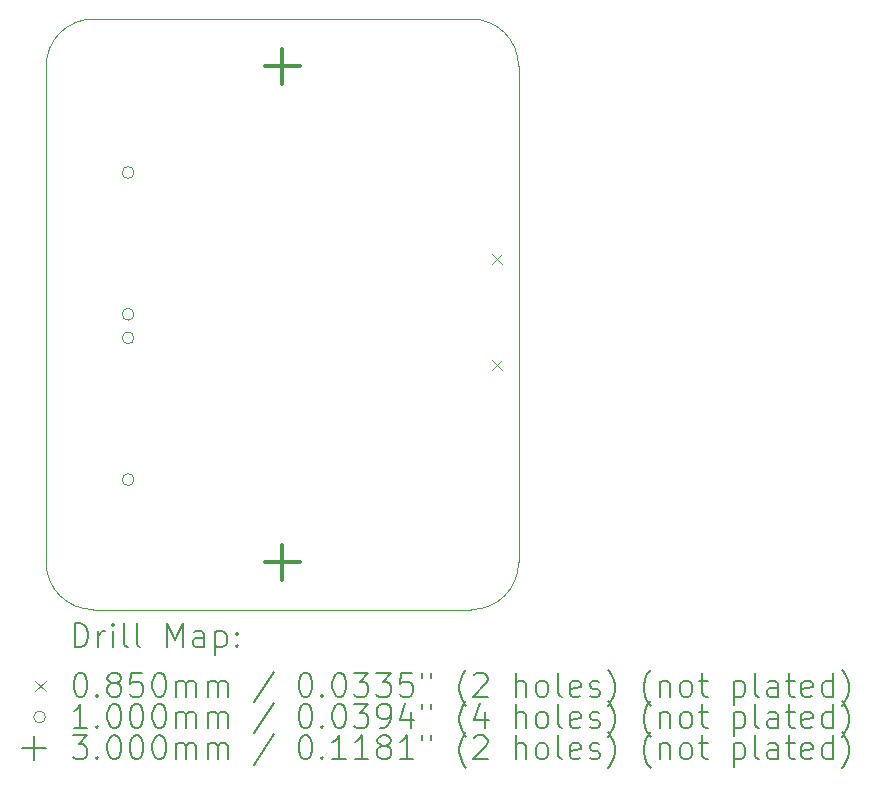
<source format=gbr>
%TF.GenerationSoftware,KiCad,Pcbnew,7.0.2*%
%TF.CreationDate,2023-10-17T17:42:48-05:00*%
%TF.ProjectId,BPS-PeripheralSOM,4250532d-5065-4726-9970-686572616c53,rev?*%
%TF.SameCoordinates,Original*%
%TF.FileFunction,Drillmap*%
%TF.FilePolarity,Positive*%
%FSLAX45Y45*%
G04 Gerber Fmt 4.5, Leading zero omitted, Abs format (unit mm)*
G04 Created by KiCad (PCBNEW 7.0.2) date 2023-10-17 17:42:48*
%MOMM*%
%LPD*%
G01*
G04 APERTURE LIST*
%ADD10C,0.100000*%
%ADD11C,0.200000*%
%ADD12C,0.085000*%
%ADD13C,0.300000*%
G04 APERTURE END LIST*
D10*
X14000000Y-4400000D02*
G75*
G03*
X13600000Y-4000000I-400000J0D01*
G01*
X13600000Y-9000000D02*
X10400000Y-9000000D01*
X13600000Y-9000000D02*
G75*
G03*
X14000000Y-8600000I0J400000D01*
G01*
X10400000Y-4000000D02*
G75*
G03*
X10000000Y-4400000I0J-400000D01*
G01*
X10400000Y-4000000D02*
X13600000Y-4000000D01*
X10000000Y-8600000D02*
X10000000Y-4400000D01*
X10000000Y-8600000D02*
G75*
G03*
X10400000Y-9000000I400000J0D01*
G01*
X14000000Y-4400000D02*
X14000000Y-8600000D01*
D11*
D12*
X13777500Y-5987500D02*
X13862500Y-6072500D01*
X13862500Y-5987500D02*
X13777500Y-6072500D01*
X13777500Y-6887500D02*
X13862500Y-6972500D01*
X13862500Y-6887500D02*
X13777500Y-6972500D01*
D10*
X10744000Y-5300000D02*
G75*
G03*
X10744000Y-5300000I-50000J0D01*
G01*
X10744000Y-6500000D02*
G75*
G03*
X10744000Y-6500000I-50000J0D01*
G01*
X10744000Y-6700000D02*
G75*
G03*
X10744000Y-6700000I-50000J0D01*
G01*
X10744000Y-7900000D02*
G75*
G03*
X10744000Y-7900000I-50000J0D01*
G01*
D13*
X12000000Y-4250000D02*
X12000000Y-4550000D01*
X11850000Y-4400000D02*
X12150000Y-4400000D01*
X12000000Y-8450000D02*
X12000000Y-8750000D01*
X11850000Y-8600000D02*
X12150000Y-8600000D01*
D11*
X10242619Y-9317524D02*
X10242619Y-9117524D01*
X10242619Y-9117524D02*
X10290238Y-9117524D01*
X10290238Y-9117524D02*
X10318810Y-9127048D01*
X10318810Y-9127048D02*
X10337857Y-9146095D01*
X10337857Y-9146095D02*
X10347381Y-9165143D01*
X10347381Y-9165143D02*
X10356905Y-9203238D01*
X10356905Y-9203238D02*
X10356905Y-9231810D01*
X10356905Y-9231810D02*
X10347381Y-9269905D01*
X10347381Y-9269905D02*
X10337857Y-9288952D01*
X10337857Y-9288952D02*
X10318810Y-9308000D01*
X10318810Y-9308000D02*
X10290238Y-9317524D01*
X10290238Y-9317524D02*
X10242619Y-9317524D01*
X10442619Y-9317524D02*
X10442619Y-9184190D01*
X10442619Y-9222286D02*
X10452143Y-9203238D01*
X10452143Y-9203238D02*
X10461667Y-9193714D01*
X10461667Y-9193714D02*
X10480714Y-9184190D01*
X10480714Y-9184190D02*
X10499762Y-9184190D01*
X10566429Y-9317524D02*
X10566429Y-9184190D01*
X10566429Y-9117524D02*
X10556905Y-9127048D01*
X10556905Y-9127048D02*
X10566429Y-9136571D01*
X10566429Y-9136571D02*
X10575952Y-9127048D01*
X10575952Y-9127048D02*
X10566429Y-9117524D01*
X10566429Y-9117524D02*
X10566429Y-9136571D01*
X10690238Y-9317524D02*
X10671190Y-9308000D01*
X10671190Y-9308000D02*
X10661667Y-9288952D01*
X10661667Y-9288952D02*
X10661667Y-9117524D01*
X10795000Y-9317524D02*
X10775952Y-9308000D01*
X10775952Y-9308000D02*
X10766429Y-9288952D01*
X10766429Y-9288952D02*
X10766429Y-9117524D01*
X11023571Y-9317524D02*
X11023571Y-9117524D01*
X11023571Y-9117524D02*
X11090238Y-9260381D01*
X11090238Y-9260381D02*
X11156905Y-9117524D01*
X11156905Y-9117524D02*
X11156905Y-9317524D01*
X11337857Y-9317524D02*
X11337857Y-9212762D01*
X11337857Y-9212762D02*
X11328333Y-9193714D01*
X11328333Y-9193714D02*
X11309286Y-9184190D01*
X11309286Y-9184190D02*
X11271190Y-9184190D01*
X11271190Y-9184190D02*
X11252143Y-9193714D01*
X11337857Y-9308000D02*
X11318809Y-9317524D01*
X11318809Y-9317524D02*
X11271190Y-9317524D01*
X11271190Y-9317524D02*
X11252143Y-9308000D01*
X11252143Y-9308000D02*
X11242619Y-9288952D01*
X11242619Y-9288952D02*
X11242619Y-9269905D01*
X11242619Y-9269905D02*
X11252143Y-9250857D01*
X11252143Y-9250857D02*
X11271190Y-9241333D01*
X11271190Y-9241333D02*
X11318809Y-9241333D01*
X11318809Y-9241333D02*
X11337857Y-9231810D01*
X11433095Y-9184190D02*
X11433095Y-9384190D01*
X11433095Y-9193714D02*
X11452143Y-9184190D01*
X11452143Y-9184190D02*
X11490238Y-9184190D01*
X11490238Y-9184190D02*
X11509286Y-9193714D01*
X11509286Y-9193714D02*
X11518809Y-9203238D01*
X11518809Y-9203238D02*
X11528333Y-9222286D01*
X11528333Y-9222286D02*
X11528333Y-9279429D01*
X11528333Y-9279429D02*
X11518809Y-9298476D01*
X11518809Y-9298476D02*
X11509286Y-9308000D01*
X11509286Y-9308000D02*
X11490238Y-9317524D01*
X11490238Y-9317524D02*
X11452143Y-9317524D01*
X11452143Y-9317524D02*
X11433095Y-9308000D01*
X11614048Y-9298476D02*
X11623571Y-9308000D01*
X11623571Y-9308000D02*
X11614048Y-9317524D01*
X11614048Y-9317524D02*
X11604524Y-9308000D01*
X11604524Y-9308000D02*
X11614048Y-9298476D01*
X11614048Y-9298476D02*
X11614048Y-9317524D01*
X11614048Y-9193714D02*
X11623571Y-9203238D01*
X11623571Y-9203238D02*
X11614048Y-9212762D01*
X11614048Y-9212762D02*
X11604524Y-9203238D01*
X11604524Y-9203238D02*
X11614048Y-9193714D01*
X11614048Y-9193714D02*
X11614048Y-9212762D01*
D12*
X9910000Y-9602500D02*
X9995000Y-9687500D01*
X9995000Y-9602500D02*
X9910000Y-9687500D01*
D11*
X10280714Y-9537524D02*
X10299762Y-9537524D01*
X10299762Y-9537524D02*
X10318810Y-9547048D01*
X10318810Y-9547048D02*
X10328333Y-9556571D01*
X10328333Y-9556571D02*
X10337857Y-9575619D01*
X10337857Y-9575619D02*
X10347381Y-9613714D01*
X10347381Y-9613714D02*
X10347381Y-9661333D01*
X10347381Y-9661333D02*
X10337857Y-9699429D01*
X10337857Y-9699429D02*
X10328333Y-9718476D01*
X10328333Y-9718476D02*
X10318810Y-9728000D01*
X10318810Y-9728000D02*
X10299762Y-9737524D01*
X10299762Y-9737524D02*
X10280714Y-9737524D01*
X10280714Y-9737524D02*
X10261667Y-9728000D01*
X10261667Y-9728000D02*
X10252143Y-9718476D01*
X10252143Y-9718476D02*
X10242619Y-9699429D01*
X10242619Y-9699429D02*
X10233095Y-9661333D01*
X10233095Y-9661333D02*
X10233095Y-9613714D01*
X10233095Y-9613714D02*
X10242619Y-9575619D01*
X10242619Y-9575619D02*
X10252143Y-9556571D01*
X10252143Y-9556571D02*
X10261667Y-9547048D01*
X10261667Y-9547048D02*
X10280714Y-9537524D01*
X10433095Y-9718476D02*
X10442619Y-9728000D01*
X10442619Y-9728000D02*
X10433095Y-9737524D01*
X10433095Y-9737524D02*
X10423571Y-9728000D01*
X10423571Y-9728000D02*
X10433095Y-9718476D01*
X10433095Y-9718476D02*
X10433095Y-9737524D01*
X10556905Y-9623238D02*
X10537857Y-9613714D01*
X10537857Y-9613714D02*
X10528333Y-9604190D01*
X10528333Y-9604190D02*
X10518810Y-9585143D01*
X10518810Y-9585143D02*
X10518810Y-9575619D01*
X10518810Y-9575619D02*
X10528333Y-9556571D01*
X10528333Y-9556571D02*
X10537857Y-9547048D01*
X10537857Y-9547048D02*
X10556905Y-9537524D01*
X10556905Y-9537524D02*
X10595000Y-9537524D01*
X10595000Y-9537524D02*
X10614048Y-9547048D01*
X10614048Y-9547048D02*
X10623571Y-9556571D01*
X10623571Y-9556571D02*
X10633095Y-9575619D01*
X10633095Y-9575619D02*
X10633095Y-9585143D01*
X10633095Y-9585143D02*
X10623571Y-9604190D01*
X10623571Y-9604190D02*
X10614048Y-9613714D01*
X10614048Y-9613714D02*
X10595000Y-9623238D01*
X10595000Y-9623238D02*
X10556905Y-9623238D01*
X10556905Y-9623238D02*
X10537857Y-9632762D01*
X10537857Y-9632762D02*
X10528333Y-9642286D01*
X10528333Y-9642286D02*
X10518810Y-9661333D01*
X10518810Y-9661333D02*
X10518810Y-9699429D01*
X10518810Y-9699429D02*
X10528333Y-9718476D01*
X10528333Y-9718476D02*
X10537857Y-9728000D01*
X10537857Y-9728000D02*
X10556905Y-9737524D01*
X10556905Y-9737524D02*
X10595000Y-9737524D01*
X10595000Y-9737524D02*
X10614048Y-9728000D01*
X10614048Y-9728000D02*
X10623571Y-9718476D01*
X10623571Y-9718476D02*
X10633095Y-9699429D01*
X10633095Y-9699429D02*
X10633095Y-9661333D01*
X10633095Y-9661333D02*
X10623571Y-9642286D01*
X10623571Y-9642286D02*
X10614048Y-9632762D01*
X10614048Y-9632762D02*
X10595000Y-9623238D01*
X10814048Y-9537524D02*
X10718810Y-9537524D01*
X10718810Y-9537524D02*
X10709286Y-9632762D01*
X10709286Y-9632762D02*
X10718810Y-9623238D01*
X10718810Y-9623238D02*
X10737857Y-9613714D01*
X10737857Y-9613714D02*
X10785476Y-9613714D01*
X10785476Y-9613714D02*
X10804524Y-9623238D01*
X10804524Y-9623238D02*
X10814048Y-9632762D01*
X10814048Y-9632762D02*
X10823571Y-9651810D01*
X10823571Y-9651810D02*
X10823571Y-9699429D01*
X10823571Y-9699429D02*
X10814048Y-9718476D01*
X10814048Y-9718476D02*
X10804524Y-9728000D01*
X10804524Y-9728000D02*
X10785476Y-9737524D01*
X10785476Y-9737524D02*
X10737857Y-9737524D01*
X10737857Y-9737524D02*
X10718810Y-9728000D01*
X10718810Y-9728000D02*
X10709286Y-9718476D01*
X10947381Y-9537524D02*
X10966429Y-9537524D01*
X10966429Y-9537524D02*
X10985476Y-9547048D01*
X10985476Y-9547048D02*
X10995000Y-9556571D01*
X10995000Y-9556571D02*
X11004524Y-9575619D01*
X11004524Y-9575619D02*
X11014048Y-9613714D01*
X11014048Y-9613714D02*
X11014048Y-9661333D01*
X11014048Y-9661333D02*
X11004524Y-9699429D01*
X11004524Y-9699429D02*
X10995000Y-9718476D01*
X10995000Y-9718476D02*
X10985476Y-9728000D01*
X10985476Y-9728000D02*
X10966429Y-9737524D01*
X10966429Y-9737524D02*
X10947381Y-9737524D01*
X10947381Y-9737524D02*
X10928333Y-9728000D01*
X10928333Y-9728000D02*
X10918810Y-9718476D01*
X10918810Y-9718476D02*
X10909286Y-9699429D01*
X10909286Y-9699429D02*
X10899762Y-9661333D01*
X10899762Y-9661333D02*
X10899762Y-9613714D01*
X10899762Y-9613714D02*
X10909286Y-9575619D01*
X10909286Y-9575619D02*
X10918810Y-9556571D01*
X10918810Y-9556571D02*
X10928333Y-9547048D01*
X10928333Y-9547048D02*
X10947381Y-9537524D01*
X11099762Y-9737524D02*
X11099762Y-9604190D01*
X11099762Y-9623238D02*
X11109286Y-9613714D01*
X11109286Y-9613714D02*
X11128333Y-9604190D01*
X11128333Y-9604190D02*
X11156905Y-9604190D01*
X11156905Y-9604190D02*
X11175952Y-9613714D01*
X11175952Y-9613714D02*
X11185476Y-9632762D01*
X11185476Y-9632762D02*
X11185476Y-9737524D01*
X11185476Y-9632762D02*
X11195000Y-9613714D01*
X11195000Y-9613714D02*
X11214048Y-9604190D01*
X11214048Y-9604190D02*
X11242619Y-9604190D01*
X11242619Y-9604190D02*
X11261667Y-9613714D01*
X11261667Y-9613714D02*
X11271190Y-9632762D01*
X11271190Y-9632762D02*
X11271190Y-9737524D01*
X11366429Y-9737524D02*
X11366429Y-9604190D01*
X11366429Y-9623238D02*
X11375952Y-9613714D01*
X11375952Y-9613714D02*
X11395000Y-9604190D01*
X11395000Y-9604190D02*
X11423571Y-9604190D01*
X11423571Y-9604190D02*
X11442619Y-9613714D01*
X11442619Y-9613714D02*
X11452143Y-9632762D01*
X11452143Y-9632762D02*
X11452143Y-9737524D01*
X11452143Y-9632762D02*
X11461667Y-9613714D01*
X11461667Y-9613714D02*
X11480714Y-9604190D01*
X11480714Y-9604190D02*
X11509286Y-9604190D01*
X11509286Y-9604190D02*
X11528333Y-9613714D01*
X11528333Y-9613714D02*
X11537857Y-9632762D01*
X11537857Y-9632762D02*
X11537857Y-9737524D01*
X11928333Y-9528000D02*
X11756905Y-9785143D01*
X12185476Y-9537524D02*
X12204524Y-9537524D01*
X12204524Y-9537524D02*
X12223572Y-9547048D01*
X12223572Y-9547048D02*
X12233095Y-9556571D01*
X12233095Y-9556571D02*
X12242619Y-9575619D01*
X12242619Y-9575619D02*
X12252143Y-9613714D01*
X12252143Y-9613714D02*
X12252143Y-9661333D01*
X12252143Y-9661333D02*
X12242619Y-9699429D01*
X12242619Y-9699429D02*
X12233095Y-9718476D01*
X12233095Y-9718476D02*
X12223572Y-9728000D01*
X12223572Y-9728000D02*
X12204524Y-9737524D01*
X12204524Y-9737524D02*
X12185476Y-9737524D01*
X12185476Y-9737524D02*
X12166429Y-9728000D01*
X12166429Y-9728000D02*
X12156905Y-9718476D01*
X12156905Y-9718476D02*
X12147381Y-9699429D01*
X12147381Y-9699429D02*
X12137857Y-9661333D01*
X12137857Y-9661333D02*
X12137857Y-9613714D01*
X12137857Y-9613714D02*
X12147381Y-9575619D01*
X12147381Y-9575619D02*
X12156905Y-9556571D01*
X12156905Y-9556571D02*
X12166429Y-9547048D01*
X12166429Y-9547048D02*
X12185476Y-9537524D01*
X12337857Y-9718476D02*
X12347381Y-9728000D01*
X12347381Y-9728000D02*
X12337857Y-9737524D01*
X12337857Y-9737524D02*
X12328333Y-9728000D01*
X12328333Y-9728000D02*
X12337857Y-9718476D01*
X12337857Y-9718476D02*
X12337857Y-9737524D01*
X12471191Y-9537524D02*
X12490238Y-9537524D01*
X12490238Y-9537524D02*
X12509286Y-9547048D01*
X12509286Y-9547048D02*
X12518810Y-9556571D01*
X12518810Y-9556571D02*
X12528333Y-9575619D01*
X12528333Y-9575619D02*
X12537857Y-9613714D01*
X12537857Y-9613714D02*
X12537857Y-9661333D01*
X12537857Y-9661333D02*
X12528333Y-9699429D01*
X12528333Y-9699429D02*
X12518810Y-9718476D01*
X12518810Y-9718476D02*
X12509286Y-9728000D01*
X12509286Y-9728000D02*
X12490238Y-9737524D01*
X12490238Y-9737524D02*
X12471191Y-9737524D01*
X12471191Y-9737524D02*
X12452143Y-9728000D01*
X12452143Y-9728000D02*
X12442619Y-9718476D01*
X12442619Y-9718476D02*
X12433095Y-9699429D01*
X12433095Y-9699429D02*
X12423572Y-9661333D01*
X12423572Y-9661333D02*
X12423572Y-9613714D01*
X12423572Y-9613714D02*
X12433095Y-9575619D01*
X12433095Y-9575619D02*
X12442619Y-9556571D01*
X12442619Y-9556571D02*
X12452143Y-9547048D01*
X12452143Y-9547048D02*
X12471191Y-9537524D01*
X12604524Y-9537524D02*
X12728333Y-9537524D01*
X12728333Y-9537524D02*
X12661667Y-9613714D01*
X12661667Y-9613714D02*
X12690238Y-9613714D01*
X12690238Y-9613714D02*
X12709286Y-9623238D01*
X12709286Y-9623238D02*
X12718810Y-9632762D01*
X12718810Y-9632762D02*
X12728333Y-9651810D01*
X12728333Y-9651810D02*
X12728333Y-9699429D01*
X12728333Y-9699429D02*
X12718810Y-9718476D01*
X12718810Y-9718476D02*
X12709286Y-9728000D01*
X12709286Y-9728000D02*
X12690238Y-9737524D01*
X12690238Y-9737524D02*
X12633095Y-9737524D01*
X12633095Y-9737524D02*
X12614048Y-9728000D01*
X12614048Y-9728000D02*
X12604524Y-9718476D01*
X12795000Y-9537524D02*
X12918810Y-9537524D01*
X12918810Y-9537524D02*
X12852143Y-9613714D01*
X12852143Y-9613714D02*
X12880714Y-9613714D01*
X12880714Y-9613714D02*
X12899762Y-9623238D01*
X12899762Y-9623238D02*
X12909286Y-9632762D01*
X12909286Y-9632762D02*
X12918810Y-9651810D01*
X12918810Y-9651810D02*
X12918810Y-9699429D01*
X12918810Y-9699429D02*
X12909286Y-9718476D01*
X12909286Y-9718476D02*
X12899762Y-9728000D01*
X12899762Y-9728000D02*
X12880714Y-9737524D01*
X12880714Y-9737524D02*
X12823572Y-9737524D01*
X12823572Y-9737524D02*
X12804524Y-9728000D01*
X12804524Y-9728000D02*
X12795000Y-9718476D01*
X13099762Y-9537524D02*
X13004524Y-9537524D01*
X13004524Y-9537524D02*
X12995000Y-9632762D01*
X12995000Y-9632762D02*
X13004524Y-9623238D01*
X13004524Y-9623238D02*
X13023572Y-9613714D01*
X13023572Y-9613714D02*
X13071191Y-9613714D01*
X13071191Y-9613714D02*
X13090238Y-9623238D01*
X13090238Y-9623238D02*
X13099762Y-9632762D01*
X13099762Y-9632762D02*
X13109286Y-9651810D01*
X13109286Y-9651810D02*
X13109286Y-9699429D01*
X13109286Y-9699429D02*
X13099762Y-9718476D01*
X13099762Y-9718476D02*
X13090238Y-9728000D01*
X13090238Y-9728000D02*
X13071191Y-9737524D01*
X13071191Y-9737524D02*
X13023572Y-9737524D01*
X13023572Y-9737524D02*
X13004524Y-9728000D01*
X13004524Y-9728000D02*
X12995000Y-9718476D01*
X13185476Y-9537524D02*
X13185476Y-9575619D01*
X13261667Y-9537524D02*
X13261667Y-9575619D01*
X13556905Y-9813714D02*
X13547381Y-9804190D01*
X13547381Y-9804190D02*
X13528334Y-9775619D01*
X13528334Y-9775619D02*
X13518810Y-9756571D01*
X13518810Y-9756571D02*
X13509286Y-9728000D01*
X13509286Y-9728000D02*
X13499762Y-9680381D01*
X13499762Y-9680381D02*
X13499762Y-9642286D01*
X13499762Y-9642286D02*
X13509286Y-9594667D01*
X13509286Y-9594667D02*
X13518810Y-9566095D01*
X13518810Y-9566095D02*
X13528334Y-9547048D01*
X13528334Y-9547048D02*
X13547381Y-9518476D01*
X13547381Y-9518476D02*
X13556905Y-9508952D01*
X13623572Y-9556571D02*
X13633095Y-9547048D01*
X13633095Y-9547048D02*
X13652143Y-9537524D01*
X13652143Y-9537524D02*
X13699762Y-9537524D01*
X13699762Y-9537524D02*
X13718810Y-9547048D01*
X13718810Y-9547048D02*
X13728334Y-9556571D01*
X13728334Y-9556571D02*
X13737857Y-9575619D01*
X13737857Y-9575619D02*
X13737857Y-9594667D01*
X13737857Y-9594667D02*
X13728334Y-9623238D01*
X13728334Y-9623238D02*
X13614048Y-9737524D01*
X13614048Y-9737524D02*
X13737857Y-9737524D01*
X13975953Y-9737524D02*
X13975953Y-9537524D01*
X14061667Y-9737524D02*
X14061667Y-9632762D01*
X14061667Y-9632762D02*
X14052143Y-9613714D01*
X14052143Y-9613714D02*
X14033096Y-9604190D01*
X14033096Y-9604190D02*
X14004524Y-9604190D01*
X14004524Y-9604190D02*
X13985476Y-9613714D01*
X13985476Y-9613714D02*
X13975953Y-9623238D01*
X14185476Y-9737524D02*
X14166429Y-9728000D01*
X14166429Y-9728000D02*
X14156905Y-9718476D01*
X14156905Y-9718476D02*
X14147381Y-9699429D01*
X14147381Y-9699429D02*
X14147381Y-9642286D01*
X14147381Y-9642286D02*
X14156905Y-9623238D01*
X14156905Y-9623238D02*
X14166429Y-9613714D01*
X14166429Y-9613714D02*
X14185476Y-9604190D01*
X14185476Y-9604190D02*
X14214048Y-9604190D01*
X14214048Y-9604190D02*
X14233096Y-9613714D01*
X14233096Y-9613714D02*
X14242619Y-9623238D01*
X14242619Y-9623238D02*
X14252143Y-9642286D01*
X14252143Y-9642286D02*
X14252143Y-9699429D01*
X14252143Y-9699429D02*
X14242619Y-9718476D01*
X14242619Y-9718476D02*
X14233096Y-9728000D01*
X14233096Y-9728000D02*
X14214048Y-9737524D01*
X14214048Y-9737524D02*
X14185476Y-9737524D01*
X14366429Y-9737524D02*
X14347381Y-9728000D01*
X14347381Y-9728000D02*
X14337857Y-9708952D01*
X14337857Y-9708952D02*
X14337857Y-9537524D01*
X14518810Y-9728000D02*
X14499762Y-9737524D01*
X14499762Y-9737524D02*
X14461667Y-9737524D01*
X14461667Y-9737524D02*
X14442619Y-9728000D01*
X14442619Y-9728000D02*
X14433096Y-9708952D01*
X14433096Y-9708952D02*
X14433096Y-9632762D01*
X14433096Y-9632762D02*
X14442619Y-9613714D01*
X14442619Y-9613714D02*
X14461667Y-9604190D01*
X14461667Y-9604190D02*
X14499762Y-9604190D01*
X14499762Y-9604190D02*
X14518810Y-9613714D01*
X14518810Y-9613714D02*
X14528334Y-9632762D01*
X14528334Y-9632762D02*
X14528334Y-9651810D01*
X14528334Y-9651810D02*
X14433096Y-9670857D01*
X14604524Y-9728000D02*
X14623572Y-9737524D01*
X14623572Y-9737524D02*
X14661667Y-9737524D01*
X14661667Y-9737524D02*
X14680715Y-9728000D01*
X14680715Y-9728000D02*
X14690238Y-9708952D01*
X14690238Y-9708952D02*
X14690238Y-9699429D01*
X14690238Y-9699429D02*
X14680715Y-9680381D01*
X14680715Y-9680381D02*
X14661667Y-9670857D01*
X14661667Y-9670857D02*
X14633096Y-9670857D01*
X14633096Y-9670857D02*
X14614048Y-9661333D01*
X14614048Y-9661333D02*
X14604524Y-9642286D01*
X14604524Y-9642286D02*
X14604524Y-9632762D01*
X14604524Y-9632762D02*
X14614048Y-9613714D01*
X14614048Y-9613714D02*
X14633096Y-9604190D01*
X14633096Y-9604190D02*
X14661667Y-9604190D01*
X14661667Y-9604190D02*
X14680715Y-9613714D01*
X14756905Y-9813714D02*
X14766429Y-9804190D01*
X14766429Y-9804190D02*
X14785477Y-9775619D01*
X14785477Y-9775619D02*
X14795000Y-9756571D01*
X14795000Y-9756571D02*
X14804524Y-9728000D01*
X14804524Y-9728000D02*
X14814048Y-9680381D01*
X14814048Y-9680381D02*
X14814048Y-9642286D01*
X14814048Y-9642286D02*
X14804524Y-9594667D01*
X14804524Y-9594667D02*
X14795000Y-9566095D01*
X14795000Y-9566095D02*
X14785477Y-9547048D01*
X14785477Y-9547048D02*
X14766429Y-9518476D01*
X14766429Y-9518476D02*
X14756905Y-9508952D01*
X15118810Y-9813714D02*
X15109286Y-9804190D01*
X15109286Y-9804190D02*
X15090238Y-9775619D01*
X15090238Y-9775619D02*
X15080715Y-9756571D01*
X15080715Y-9756571D02*
X15071191Y-9728000D01*
X15071191Y-9728000D02*
X15061667Y-9680381D01*
X15061667Y-9680381D02*
X15061667Y-9642286D01*
X15061667Y-9642286D02*
X15071191Y-9594667D01*
X15071191Y-9594667D02*
X15080715Y-9566095D01*
X15080715Y-9566095D02*
X15090238Y-9547048D01*
X15090238Y-9547048D02*
X15109286Y-9518476D01*
X15109286Y-9518476D02*
X15118810Y-9508952D01*
X15195000Y-9604190D02*
X15195000Y-9737524D01*
X15195000Y-9623238D02*
X15204524Y-9613714D01*
X15204524Y-9613714D02*
X15223572Y-9604190D01*
X15223572Y-9604190D02*
X15252143Y-9604190D01*
X15252143Y-9604190D02*
X15271191Y-9613714D01*
X15271191Y-9613714D02*
X15280715Y-9632762D01*
X15280715Y-9632762D02*
X15280715Y-9737524D01*
X15404524Y-9737524D02*
X15385477Y-9728000D01*
X15385477Y-9728000D02*
X15375953Y-9718476D01*
X15375953Y-9718476D02*
X15366429Y-9699429D01*
X15366429Y-9699429D02*
X15366429Y-9642286D01*
X15366429Y-9642286D02*
X15375953Y-9623238D01*
X15375953Y-9623238D02*
X15385477Y-9613714D01*
X15385477Y-9613714D02*
X15404524Y-9604190D01*
X15404524Y-9604190D02*
X15433096Y-9604190D01*
X15433096Y-9604190D02*
X15452143Y-9613714D01*
X15452143Y-9613714D02*
X15461667Y-9623238D01*
X15461667Y-9623238D02*
X15471191Y-9642286D01*
X15471191Y-9642286D02*
X15471191Y-9699429D01*
X15471191Y-9699429D02*
X15461667Y-9718476D01*
X15461667Y-9718476D02*
X15452143Y-9728000D01*
X15452143Y-9728000D02*
X15433096Y-9737524D01*
X15433096Y-9737524D02*
X15404524Y-9737524D01*
X15528334Y-9604190D02*
X15604524Y-9604190D01*
X15556905Y-9537524D02*
X15556905Y-9708952D01*
X15556905Y-9708952D02*
X15566429Y-9728000D01*
X15566429Y-9728000D02*
X15585477Y-9737524D01*
X15585477Y-9737524D02*
X15604524Y-9737524D01*
X15823572Y-9604190D02*
X15823572Y-9804190D01*
X15823572Y-9613714D02*
X15842619Y-9604190D01*
X15842619Y-9604190D02*
X15880715Y-9604190D01*
X15880715Y-9604190D02*
X15899762Y-9613714D01*
X15899762Y-9613714D02*
X15909286Y-9623238D01*
X15909286Y-9623238D02*
X15918810Y-9642286D01*
X15918810Y-9642286D02*
X15918810Y-9699429D01*
X15918810Y-9699429D02*
X15909286Y-9718476D01*
X15909286Y-9718476D02*
X15899762Y-9728000D01*
X15899762Y-9728000D02*
X15880715Y-9737524D01*
X15880715Y-9737524D02*
X15842619Y-9737524D01*
X15842619Y-9737524D02*
X15823572Y-9728000D01*
X16033096Y-9737524D02*
X16014048Y-9728000D01*
X16014048Y-9728000D02*
X16004524Y-9708952D01*
X16004524Y-9708952D02*
X16004524Y-9537524D01*
X16195000Y-9737524D02*
X16195000Y-9632762D01*
X16195000Y-9632762D02*
X16185477Y-9613714D01*
X16185477Y-9613714D02*
X16166429Y-9604190D01*
X16166429Y-9604190D02*
X16128334Y-9604190D01*
X16128334Y-9604190D02*
X16109286Y-9613714D01*
X16195000Y-9728000D02*
X16175953Y-9737524D01*
X16175953Y-9737524D02*
X16128334Y-9737524D01*
X16128334Y-9737524D02*
X16109286Y-9728000D01*
X16109286Y-9728000D02*
X16099762Y-9708952D01*
X16099762Y-9708952D02*
X16099762Y-9689905D01*
X16099762Y-9689905D02*
X16109286Y-9670857D01*
X16109286Y-9670857D02*
X16128334Y-9661333D01*
X16128334Y-9661333D02*
X16175953Y-9661333D01*
X16175953Y-9661333D02*
X16195000Y-9651810D01*
X16261667Y-9604190D02*
X16337858Y-9604190D01*
X16290239Y-9537524D02*
X16290239Y-9708952D01*
X16290239Y-9708952D02*
X16299762Y-9728000D01*
X16299762Y-9728000D02*
X16318810Y-9737524D01*
X16318810Y-9737524D02*
X16337858Y-9737524D01*
X16480715Y-9728000D02*
X16461667Y-9737524D01*
X16461667Y-9737524D02*
X16423572Y-9737524D01*
X16423572Y-9737524D02*
X16404524Y-9728000D01*
X16404524Y-9728000D02*
X16395000Y-9708952D01*
X16395000Y-9708952D02*
X16395000Y-9632762D01*
X16395000Y-9632762D02*
X16404524Y-9613714D01*
X16404524Y-9613714D02*
X16423572Y-9604190D01*
X16423572Y-9604190D02*
X16461667Y-9604190D01*
X16461667Y-9604190D02*
X16480715Y-9613714D01*
X16480715Y-9613714D02*
X16490239Y-9632762D01*
X16490239Y-9632762D02*
X16490239Y-9651810D01*
X16490239Y-9651810D02*
X16395000Y-9670857D01*
X16661667Y-9737524D02*
X16661667Y-9537524D01*
X16661667Y-9728000D02*
X16642620Y-9737524D01*
X16642620Y-9737524D02*
X16604524Y-9737524D01*
X16604524Y-9737524D02*
X16585477Y-9728000D01*
X16585477Y-9728000D02*
X16575953Y-9718476D01*
X16575953Y-9718476D02*
X16566429Y-9699429D01*
X16566429Y-9699429D02*
X16566429Y-9642286D01*
X16566429Y-9642286D02*
X16575953Y-9623238D01*
X16575953Y-9623238D02*
X16585477Y-9613714D01*
X16585477Y-9613714D02*
X16604524Y-9604190D01*
X16604524Y-9604190D02*
X16642620Y-9604190D01*
X16642620Y-9604190D02*
X16661667Y-9613714D01*
X16737858Y-9813714D02*
X16747381Y-9804190D01*
X16747381Y-9804190D02*
X16766429Y-9775619D01*
X16766429Y-9775619D02*
X16775953Y-9756571D01*
X16775953Y-9756571D02*
X16785477Y-9728000D01*
X16785477Y-9728000D02*
X16795001Y-9680381D01*
X16795001Y-9680381D02*
X16795001Y-9642286D01*
X16795001Y-9642286D02*
X16785477Y-9594667D01*
X16785477Y-9594667D02*
X16775953Y-9566095D01*
X16775953Y-9566095D02*
X16766429Y-9547048D01*
X16766429Y-9547048D02*
X16747381Y-9518476D01*
X16747381Y-9518476D02*
X16737858Y-9508952D01*
D10*
X9995000Y-9909000D02*
G75*
G03*
X9995000Y-9909000I-50000J0D01*
G01*
D11*
X10347381Y-10001524D02*
X10233095Y-10001524D01*
X10290238Y-10001524D02*
X10290238Y-9801524D01*
X10290238Y-9801524D02*
X10271190Y-9830095D01*
X10271190Y-9830095D02*
X10252143Y-9849143D01*
X10252143Y-9849143D02*
X10233095Y-9858667D01*
X10433095Y-9982476D02*
X10442619Y-9992000D01*
X10442619Y-9992000D02*
X10433095Y-10001524D01*
X10433095Y-10001524D02*
X10423571Y-9992000D01*
X10423571Y-9992000D02*
X10433095Y-9982476D01*
X10433095Y-9982476D02*
X10433095Y-10001524D01*
X10566429Y-9801524D02*
X10585476Y-9801524D01*
X10585476Y-9801524D02*
X10604524Y-9811048D01*
X10604524Y-9811048D02*
X10614048Y-9820571D01*
X10614048Y-9820571D02*
X10623571Y-9839619D01*
X10623571Y-9839619D02*
X10633095Y-9877714D01*
X10633095Y-9877714D02*
X10633095Y-9925333D01*
X10633095Y-9925333D02*
X10623571Y-9963429D01*
X10623571Y-9963429D02*
X10614048Y-9982476D01*
X10614048Y-9982476D02*
X10604524Y-9992000D01*
X10604524Y-9992000D02*
X10585476Y-10001524D01*
X10585476Y-10001524D02*
X10566429Y-10001524D01*
X10566429Y-10001524D02*
X10547381Y-9992000D01*
X10547381Y-9992000D02*
X10537857Y-9982476D01*
X10537857Y-9982476D02*
X10528333Y-9963429D01*
X10528333Y-9963429D02*
X10518810Y-9925333D01*
X10518810Y-9925333D02*
X10518810Y-9877714D01*
X10518810Y-9877714D02*
X10528333Y-9839619D01*
X10528333Y-9839619D02*
X10537857Y-9820571D01*
X10537857Y-9820571D02*
X10547381Y-9811048D01*
X10547381Y-9811048D02*
X10566429Y-9801524D01*
X10756905Y-9801524D02*
X10775952Y-9801524D01*
X10775952Y-9801524D02*
X10795000Y-9811048D01*
X10795000Y-9811048D02*
X10804524Y-9820571D01*
X10804524Y-9820571D02*
X10814048Y-9839619D01*
X10814048Y-9839619D02*
X10823571Y-9877714D01*
X10823571Y-9877714D02*
X10823571Y-9925333D01*
X10823571Y-9925333D02*
X10814048Y-9963429D01*
X10814048Y-9963429D02*
X10804524Y-9982476D01*
X10804524Y-9982476D02*
X10795000Y-9992000D01*
X10795000Y-9992000D02*
X10775952Y-10001524D01*
X10775952Y-10001524D02*
X10756905Y-10001524D01*
X10756905Y-10001524D02*
X10737857Y-9992000D01*
X10737857Y-9992000D02*
X10728333Y-9982476D01*
X10728333Y-9982476D02*
X10718810Y-9963429D01*
X10718810Y-9963429D02*
X10709286Y-9925333D01*
X10709286Y-9925333D02*
X10709286Y-9877714D01*
X10709286Y-9877714D02*
X10718810Y-9839619D01*
X10718810Y-9839619D02*
X10728333Y-9820571D01*
X10728333Y-9820571D02*
X10737857Y-9811048D01*
X10737857Y-9811048D02*
X10756905Y-9801524D01*
X10947381Y-9801524D02*
X10966429Y-9801524D01*
X10966429Y-9801524D02*
X10985476Y-9811048D01*
X10985476Y-9811048D02*
X10995000Y-9820571D01*
X10995000Y-9820571D02*
X11004524Y-9839619D01*
X11004524Y-9839619D02*
X11014048Y-9877714D01*
X11014048Y-9877714D02*
X11014048Y-9925333D01*
X11014048Y-9925333D02*
X11004524Y-9963429D01*
X11004524Y-9963429D02*
X10995000Y-9982476D01*
X10995000Y-9982476D02*
X10985476Y-9992000D01*
X10985476Y-9992000D02*
X10966429Y-10001524D01*
X10966429Y-10001524D02*
X10947381Y-10001524D01*
X10947381Y-10001524D02*
X10928333Y-9992000D01*
X10928333Y-9992000D02*
X10918810Y-9982476D01*
X10918810Y-9982476D02*
X10909286Y-9963429D01*
X10909286Y-9963429D02*
X10899762Y-9925333D01*
X10899762Y-9925333D02*
X10899762Y-9877714D01*
X10899762Y-9877714D02*
X10909286Y-9839619D01*
X10909286Y-9839619D02*
X10918810Y-9820571D01*
X10918810Y-9820571D02*
X10928333Y-9811048D01*
X10928333Y-9811048D02*
X10947381Y-9801524D01*
X11099762Y-10001524D02*
X11099762Y-9868190D01*
X11099762Y-9887238D02*
X11109286Y-9877714D01*
X11109286Y-9877714D02*
X11128333Y-9868190D01*
X11128333Y-9868190D02*
X11156905Y-9868190D01*
X11156905Y-9868190D02*
X11175952Y-9877714D01*
X11175952Y-9877714D02*
X11185476Y-9896762D01*
X11185476Y-9896762D02*
X11185476Y-10001524D01*
X11185476Y-9896762D02*
X11195000Y-9877714D01*
X11195000Y-9877714D02*
X11214048Y-9868190D01*
X11214048Y-9868190D02*
X11242619Y-9868190D01*
X11242619Y-9868190D02*
X11261667Y-9877714D01*
X11261667Y-9877714D02*
X11271190Y-9896762D01*
X11271190Y-9896762D02*
X11271190Y-10001524D01*
X11366429Y-10001524D02*
X11366429Y-9868190D01*
X11366429Y-9887238D02*
X11375952Y-9877714D01*
X11375952Y-9877714D02*
X11395000Y-9868190D01*
X11395000Y-9868190D02*
X11423571Y-9868190D01*
X11423571Y-9868190D02*
X11442619Y-9877714D01*
X11442619Y-9877714D02*
X11452143Y-9896762D01*
X11452143Y-9896762D02*
X11452143Y-10001524D01*
X11452143Y-9896762D02*
X11461667Y-9877714D01*
X11461667Y-9877714D02*
X11480714Y-9868190D01*
X11480714Y-9868190D02*
X11509286Y-9868190D01*
X11509286Y-9868190D02*
X11528333Y-9877714D01*
X11528333Y-9877714D02*
X11537857Y-9896762D01*
X11537857Y-9896762D02*
X11537857Y-10001524D01*
X11928333Y-9792000D02*
X11756905Y-10049143D01*
X12185476Y-9801524D02*
X12204524Y-9801524D01*
X12204524Y-9801524D02*
X12223572Y-9811048D01*
X12223572Y-9811048D02*
X12233095Y-9820571D01*
X12233095Y-9820571D02*
X12242619Y-9839619D01*
X12242619Y-9839619D02*
X12252143Y-9877714D01*
X12252143Y-9877714D02*
X12252143Y-9925333D01*
X12252143Y-9925333D02*
X12242619Y-9963429D01*
X12242619Y-9963429D02*
X12233095Y-9982476D01*
X12233095Y-9982476D02*
X12223572Y-9992000D01*
X12223572Y-9992000D02*
X12204524Y-10001524D01*
X12204524Y-10001524D02*
X12185476Y-10001524D01*
X12185476Y-10001524D02*
X12166429Y-9992000D01*
X12166429Y-9992000D02*
X12156905Y-9982476D01*
X12156905Y-9982476D02*
X12147381Y-9963429D01*
X12147381Y-9963429D02*
X12137857Y-9925333D01*
X12137857Y-9925333D02*
X12137857Y-9877714D01*
X12137857Y-9877714D02*
X12147381Y-9839619D01*
X12147381Y-9839619D02*
X12156905Y-9820571D01*
X12156905Y-9820571D02*
X12166429Y-9811048D01*
X12166429Y-9811048D02*
X12185476Y-9801524D01*
X12337857Y-9982476D02*
X12347381Y-9992000D01*
X12347381Y-9992000D02*
X12337857Y-10001524D01*
X12337857Y-10001524D02*
X12328333Y-9992000D01*
X12328333Y-9992000D02*
X12337857Y-9982476D01*
X12337857Y-9982476D02*
X12337857Y-10001524D01*
X12471191Y-9801524D02*
X12490238Y-9801524D01*
X12490238Y-9801524D02*
X12509286Y-9811048D01*
X12509286Y-9811048D02*
X12518810Y-9820571D01*
X12518810Y-9820571D02*
X12528333Y-9839619D01*
X12528333Y-9839619D02*
X12537857Y-9877714D01*
X12537857Y-9877714D02*
X12537857Y-9925333D01*
X12537857Y-9925333D02*
X12528333Y-9963429D01*
X12528333Y-9963429D02*
X12518810Y-9982476D01*
X12518810Y-9982476D02*
X12509286Y-9992000D01*
X12509286Y-9992000D02*
X12490238Y-10001524D01*
X12490238Y-10001524D02*
X12471191Y-10001524D01*
X12471191Y-10001524D02*
X12452143Y-9992000D01*
X12452143Y-9992000D02*
X12442619Y-9982476D01*
X12442619Y-9982476D02*
X12433095Y-9963429D01*
X12433095Y-9963429D02*
X12423572Y-9925333D01*
X12423572Y-9925333D02*
X12423572Y-9877714D01*
X12423572Y-9877714D02*
X12433095Y-9839619D01*
X12433095Y-9839619D02*
X12442619Y-9820571D01*
X12442619Y-9820571D02*
X12452143Y-9811048D01*
X12452143Y-9811048D02*
X12471191Y-9801524D01*
X12604524Y-9801524D02*
X12728333Y-9801524D01*
X12728333Y-9801524D02*
X12661667Y-9877714D01*
X12661667Y-9877714D02*
X12690238Y-9877714D01*
X12690238Y-9877714D02*
X12709286Y-9887238D01*
X12709286Y-9887238D02*
X12718810Y-9896762D01*
X12718810Y-9896762D02*
X12728333Y-9915810D01*
X12728333Y-9915810D02*
X12728333Y-9963429D01*
X12728333Y-9963429D02*
X12718810Y-9982476D01*
X12718810Y-9982476D02*
X12709286Y-9992000D01*
X12709286Y-9992000D02*
X12690238Y-10001524D01*
X12690238Y-10001524D02*
X12633095Y-10001524D01*
X12633095Y-10001524D02*
X12614048Y-9992000D01*
X12614048Y-9992000D02*
X12604524Y-9982476D01*
X12823572Y-10001524D02*
X12861667Y-10001524D01*
X12861667Y-10001524D02*
X12880714Y-9992000D01*
X12880714Y-9992000D02*
X12890238Y-9982476D01*
X12890238Y-9982476D02*
X12909286Y-9953905D01*
X12909286Y-9953905D02*
X12918810Y-9915810D01*
X12918810Y-9915810D02*
X12918810Y-9839619D01*
X12918810Y-9839619D02*
X12909286Y-9820571D01*
X12909286Y-9820571D02*
X12899762Y-9811048D01*
X12899762Y-9811048D02*
X12880714Y-9801524D01*
X12880714Y-9801524D02*
X12842619Y-9801524D01*
X12842619Y-9801524D02*
X12823572Y-9811048D01*
X12823572Y-9811048D02*
X12814048Y-9820571D01*
X12814048Y-9820571D02*
X12804524Y-9839619D01*
X12804524Y-9839619D02*
X12804524Y-9887238D01*
X12804524Y-9887238D02*
X12814048Y-9906286D01*
X12814048Y-9906286D02*
X12823572Y-9915810D01*
X12823572Y-9915810D02*
X12842619Y-9925333D01*
X12842619Y-9925333D02*
X12880714Y-9925333D01*
X12880714Y-9925333D02*
X12899762Y-9915810D01*
X12899762Y-9915810D02*
X12909286Y-9906286D01*
X12909286Y-9906286D02*
X12918810Y-9887238D01*
X13090238Y-9868190D02*
X13090238Y-10001524D01*
X13042619Y-9792000D02*
X12995000Y-9934857D01*
X12995000Y-9934857D02*
X13118810Y-9934857D01*
X13185476Y-9801524D02*
X13185476Y-9839619D01*
X13261667Y-9801524D02*
X13261667Y-9839619D01*
X13556905Y-10077714D02*
X13547381Y-10068190D01*
X13547381Y-10068190D02*
X13528334Y-10039619D01*
X13528334Y-10039619D02*
X13518810Y-10020571D01*
X13518810Y-10020571D02*
X13509286Y-9992000D01*
X13509286Y-9992000D02*
X13499762Y-9944381D01*
X13499762Y-9944381D02*
X13499762Y-9906286D01*
X13499762Y-9906286D02*
X13509286Y-9858667D01*
X13509286Y-9858667D02*
X13518810Y-9830095D01*
X13518810Y-9830095D02*
X13528334Y-9811048D01*
X13528334Y-9811048D02*
X13547381Y-9782476D01*
X13547381Y-9782476D02*
X13556905Y-9772952D01*
X13718810Y-9868190D02*
X13718810Y-10001524D01*
X13671191Y-9792000D02*
X13623572Y-9934857D01*
X13623572Y-9934857D02*
X13747381Y-9934857D01*
X13975953Y-10001524D02*
X13975953Y-9801524D01*
X14061667Y-10001524D02*
X14061667Y-9896762D01*
X14061667Y-9896762D02*
X14052143Y-9877714D01*
X14052143Y-9877714D02*
X14033096Y-9868190D01*
X14033096Y-9868190D02*
X14004524Y-9868190D01*
X14004524Y-9868190D02*
X13985476Y-9877714D01*
X13985476Y-9877714D02*
X13975953Y-9887238D01*
X14185476Y-10001524D02*
X14166429Y-9992000D01*
X14166429Y-9992000D02*
X14156905Y-9982476D01*
X14156905Y-9982476D02*
X14147381Y-9963429D01*
X14147381Y-9963429D02*
X14147381Y-9906286D01*
X14147381Y-9906286D02*
X14156905Y-9887238D01*
X14156905Y-9887238D02*
X14166429Y-9877714D01*
X14166429Y-9877714D02*
X14185476Y-9868190D01*
X14185476Y-9868190D02*
X14214048Y-9868190D01*
X14214048Y-9868190D02*
X14233096Y-9877714D01*
X14233096Y-9877714D02*
X14242619Y-9887238D01*
X14242619Y-9887238D02*
X14252143Y-9906286D01*
X14252143Y-9906286D02*
X14252143Y-9963429D01*
X14252143Y-9963429D02*
X14242619Y-9982476D01*
X14242619Y-9982476D02*
X14233096Y-9992000D01*
X14233096Y-9992000D02*
X14214048Y-10001524D01*
X14214048Y-10001524D02*
X14185476Y-10001524D01*
X14366429Y-10001524D02*
X14347381Y-9992000D01*
X14347381Y-9992000D02*
X14337857Y-9972952D01*
X14337857Y-9972952D02*
X14337857Y-9801524D01*
X14518810Y-9992000D02*
X14499762Y-10001524D01*
X14499762Y-10001524D02*
X14461667Y-10001524D01*
X14461667Y-10001524D02*
X14442619Y-9992000D01*
X14442619Y-9992000D02*
X14433096Y-9972952D01*
X14433096Y-9972952D02*
X14433096Y-9896762D01*
X14433096Y-9896762D02*
X14442619Y-9877714D01*
X14442619Y-9877714D02*
X14461667Y-9868190D01*
X14461667Y-9868190D02*
X14499762Y-9868190D01*
X14499762Y-9868190D02*
X14518810Y-9877714D01*
X14518810Y-9877714D02*
X14528334Y-9896762D01*
X14528334Y-9896762D02*
X14528334Y-9915810D01*
X14528334Y-9915810D02*
X14433096Y-9934857D01*
X14604524Y-9992000D02*
X14623572Y-10001524D01*
X14623572Y-10001524D02*
X14661667Y-10001524D01*
X14661667Y-10001524D02*
X14680715Y-9992000D01*
X14680715Y-9992000D02*
X14690238Y-9972952D01*
X14690238Y-9972952D02*
X14690238Y-9963429D01*
X14690238Y-9963429D02*
X14680715Y-9944381D01*
X14680715Y-9944381D02*
X14661667Y-9934857D01*
X14661667Y-9934857D02*
X14633096Y-9934857D01*
X14633096Y-9934857D02*
X14614048Y-9925333D01*
X14614048Y-9925333D02*
X14604524Y-9906286D01*
X14604524Y-9906286D02*
X14604524Y-9896762D01*
X14604524Y-9896762D02*
X14614048Y-9877714D01*
X14614048Y-9877714D02*
X14633096Y-9868190D01*
X14633096Y-9868190D02*
X14661667Y-9868190D01*
X14661667Y-9868190D02*
X14680715Y-9877714D01*
X14756905Y-10077714D02*
X14766429Y-10068190D01*
X14766429Y-10068190D02*
X14785477Y-10039619D01*
X14785477Y-10039619D02*
X14795000Y-10020571D01*
X14795000Y-10020571D02*
X14804524Y-9992000D01*
X14804524Y-9992000D02*
X14814048Y-9944381D01*
X14814048Y-9944381D02*
X14814048Y-9906286D01*
X14814048Y-9906286D02*
X14804524Y-9858667D01*
X14804524Y-9858667D02*
X14795000Y-9830095D01*
X14795000Y-9830095D02*
X14785477Y-9811048D01*
X14785477Y-9811048D02*
X14766429Y-9782476D01*
X14766429Y-9782476D02*
X14756905Y-9772952D01*
X15118810Y-10077714D02*
X15109286Y-10068190D01*
X15109286Y-10068190D02*
X15090238Y-10039619D01*
X15090238Y-10039619D02*
X15080715Y-10020571D01*
X15080715Y-10020571D02*
X15071191Y-9992000D01*
X15071191Y-9992000D02*
X15061667Y-9944381D01*
X15061667Y-9944381D02*
X15061667Y-9906286D01*
X15061667Y-9906286D02*
X15071191Y-9858667D01*
X15071191Y-9858667D02*
X15080715Y-9830095D01*
X15080715Y-9830095D02*
X15090238Y-9811048D01*
X15090238Y-9811048D02*
X15109286Y-9782476D01*
X15109286Y-9782476D02*
X15118810Y-9772952D01*
X15195000Y-9868190D02*
X15195000Y-10001524D01*
X15195000Y-9887238D02*
X15204524Y-9877714D01*
X15204524Y-9877714D02*
X15223572Y-9868190D01*
X15223572Y-9868190D02*
X15252143Y-9868190D01*
X15252143Y-9868190D02*
X15271191Y-9877714D01*
X15271191Y-9877714D02*
X15280715Y-9896762D01*
X15280715Y-9896762D02*
X15280715Y-10001524D01*
X15404524Y-10001524D02*
X15385477Y-9992000D01*
X15385477Y-9992000D02*
X15375953Y-9982476D01*
X15375953Y-9982476D02*
X15366429Y-9963429D01*
X15366429Y-9963429D02*
X15366429Y-9906286D01*
X15366429Y-9906286D02*
X15375953Y-9887238D01*
X15375953Y-9887238D02*
X15385477Y-9877714D01*
X15385477Y-9877714D02*
X15404524Y-9868190D01*
X15404524Y-9868190D02*
X15433096Y-9868190D01*
X15433096Y-9868190D02*
X15452143Y-9877714D01*
X15452143Y-9877714D02*
X15461667Y-9887238D01*
X15461667Y-9887238D02*
X15471191Y-9906286D01*
X15471191Y-9906286D02*
X15471191Y-9963429D01*
X15471191Y-9963429D02*
X15461667Y-9982476D01*
X15461667Y-9982476D02*
X15452143Y-9992000D01*
X15452143Y-9992000D02*
X15433096Y-10001524D01*
X15433096Y-10001524D02*
X15404524Y-10001524D01*
X15528334Y-9868190D02*
X15604524Y-9868190D01*
X15556905Y-9801524D02*
X15556905Y-9972952D01*
X15556905Y-9972952D02*
X15566429Y-9992000D01*
X15566429Y-9992000D02*
X15585477Y-10001524D01*
X15585477Y-10001524D02*
X15604524Y-10001524D01*
X15823572Y-9868190D02*
X15823572Y-10068190D01*
X15823572Y-9877714D02*
X15842619Y-9868190D01*
X15842619Y-9868190D02*
X15880715Y-9868190D01*
X15880715Y-9868190D02*
X15899762Y-9877714D01*
X15899762Y-9877714D02*
X15909286Y-9887238D01*
X15909286Y-9887238D02*
X15918810Y-9906286D01*
X15918810Y-9906286D02*
X15918810Y-9963429D01*
X15918810Y-9963429D02*
X15909286Y-9982476D01*
X15909286Y-9982476D02*
X15899762Y-9992000D01*
X15899762Y-9992000D02*
X15880715Y-10001524D01*
X15880715Y-10001524D02*
X15842619Y-10001524D01*
X15842619Y-10001524D02*
X15823572Y-9992000D01*
X16033096Y-10001524D02*
X16014048Y-9992000D01*
X16014048Y-9992000D02*
X16004524Y-9972952D01*
X16004524Y-9972952D02*
X16004524Y-9801524D01*
X16195000Y-10001524D02*
X16195000Y-9896762D01*
X16195000Y-9896762D02*
X16185477Y-9877714D01*
X16185477Y-9877714D02*
X16166429Y-9868190D01*
X16166429Y-9868190D02*
X16128334Y-9868190D01*
X16128334Y-9868190D02*
X16109286Y-9877714D01*
X16195000Y-9992000D02*
X16175953Y-10001524D01*
X16175953Y-10001524D02*
X16128334Y-10001524D01*
X16128334Y-10001524D02*
X16109286Y-9992000D01*
X16109286Y-9992000D02*
X16099762Y-9972952D01*
X16099762Y-9972952D02*
X16099762Y-9953905D01*
X16099762Y-9953905D02*
X16109286Y-9934857D01*
X16109286Y-9934857D02*
X16128334Y-9925333D01*
X16128334Y-9925333D02*
X16175953Y-9925333D01*
X16175953Y-9925333D02*
X16195000Y-9915810D01*
X16261667Y-9868190D02*
X16337858Y-9868190D01*
X16290239Y-9801524D02*
X16290239Y-9972952D01*
X16290239Y-9972952D02*
X16299762Y-9992000D01*
X16299762Y-9992000D02*
X16318810Y-10001524D01*
X16318810Y-10001524D02*
X16337858Y-10001524D01*
X16480715Y-9992000D02*
X16461667Y-10001524D01*
X16461667Y-10001524D02*
X16423572Y-10001524D01*
X16423572Y-10001524D02*
X16404524Y-9992000D01*
X16404524Y-9992000D02*
X16395000Y-9972952D01*
X16395000Y-9972952D02*
X16395000Y-9896762D01*
X16395000Y-9896762D02*
X16404524Y-9877714D01*
X16404524Y-9877714D02*
X16423572Y-9868190D01*
X16423572Y-9868190D02*
X16461667Y-9868190D01*
X16461667Y-9868190D02*
X16480715Y-9877714D01*
X16480715Y-9877714D02*
X16490239Y-9896762D01*
X16490239Y-9896762D02*
X16490239Y-9915810D01*
X16490239Y-9915810D02*
X16395000Y-9934857D01*
X16661667Y-10001524D02*
X16661667Y-9801524D01*
X16661667Y-9992000D02*
X16642620Y-10001524D01*
X16642620Y-10001524D02*
X16604524Y-10001524D01*
X16604524Y-10001524D02*
X16585477Y-9992000D01*
X16585477Y-9992000D02*
X16575953Y-9982476D01*
X16575953Y-9982476D02*
X16566429Y-9963429D01*
X16566429Y-9963429D02*
X16566429Y-9906286D01*
X16566429Y-9906286D02*
X16575953Y-9887238D01*
X16575953Y-9887238D02*
X16585477Y-9877714D01*
X16585477Y-9877714D02*
X16604524Y-9868190D01*
X16604524Y-9868190D02*
X16642620Y-9868190D01*
X16642620Y-9868190D02*
X16661667Y-9877714D01*
X16737858Y-10077714D02*
X16747381Y-10068190D01*
X16747381Y-10068190D02*
X16766429Y-10039619D01*
X16766429Y-10039619D02*
X16775953Y-10020571D01*
X16775953Y-10020571D02*
X16785477Y-9992000D01*
X16785477Y-9992000D02*
X16795001Y-9944381D01*
X16795001Y-9944381D02*
X16795001Y-9906286D01*
X16795001Y-9906286D02*
X16785477Y-9858667D01*
X16785477Y-9858667D02*
X16775953Y-9830095D01*
X16775953Y-9830095D02*
X16766429Y-9811048D01*
X16766429Y-9811048D02*
X16747381Y-9782476D01*
X16747381Y-9782476D02*
X16737858Y-9772952D01*
X9895000Y-10073000D02*
X9895000Y-10273000D01*
X9795000Y-10173000D02*
X9995000Y-10173000D01*
X10223571Y-10065524D02*
X10347381Y-10065524D01*
X10347381Y-10065524D02*
X10280714Y-10141714D01*
X10280714Y-10141714D02*
X10309286Y-10141714D01*
X10309286Y-10141714D02*
X10328333Y-10151238D01*
X10328333Y-10151238D02*
X10337857Y-10160762D01*
X10337857Y-10160762D02*
X10347381Y-10179810D01*
X10347381Y-10179810D02*
X10347381Y-10227429D01*
X10347381Y-10227429D02*
X10337857Y-10246476D01*
X10337857Y-10246476D02*
X10328333Y-10256000D01*
X10328333Y-10256000D02*
X10309286Y-10265524D01*
X10309286Y-10265524D02*
X10252143Y-10265524D01*
X10252143Y-10265524D02*
X10233095Y-10256000D01*
X10233095Y-10256000D02*
X10223571Y-10246476D01*
X10433095Y-10246476D02*
X10442619Y-10256000D01*
X10442619Y-10256000D02*
X10433095Y-10265524D01*
X10433095Y-10265524D02*
X10423571Y-10256000D01*
X10423571Y-10256000D02*
X10433095Y-10246476D01*
X10433095Y-10246476D02*
X10433095Y-10265524D01*
X10566429Y-10065524D02*
X10585476Y-10065524D01*
X10585476Y-10065524D02*
X10604524Y-10075048D01*
X10604524Y-10075048D02*
X10614048Y-10084571D01*
X10614048Y-10084571D02*
X10623571Y-10103619D01*
X10623571Y-10103619D02*
X10633095Y-10141714D01*
X10633095Y-10141714D02*
X10633095Y-10189333D01*
X10633095Y-10189333D02*
X10623571Y-10227429D01*
X10623571Y-10227429D02*
X10614048Y-10246476D01*
X10614048Y-10246476D02*
X10604524Y-10256000D01*
X10604524Y-10256000D02*
X10585476Y-10265524D01*
X10585476Y-10265524D02*
X10566429Y-10265524D01*
X10566429Y-10265524D02*
X10547381Y-10256000D01*
X10547381Y-10256000D02*
X10537857Y-10246476D01*
X10537857Y-10246476D02*
X10528333Y-10227429D01*
X10528333Y-10227429D02*
X10518810Y-10189333D01*
X10518810Y-10189333D02*
X10518810Y-10141714D01*
X10518810Y-10141714D02*
X10528333Y-10103619D01*
X10528333Y-10103619D02*
X10537857Y-10084571D01*
X10537857Y-10084571D02*
X10547381Y-10075048D01*
X10547381Y-10075048D02*
X10566429Y-10065524D01*
X10756905Y-10065524D02*
X10775952Y-10065524D01*
X10775952Y-10065524D02*
X10795000Y-10075048D01*
X10795000Y-10075048D02*
X10804524Y-10084571D01*
X10804524Y-10084571D02*
X10814048Y-10103619D01*
X10814048Y-10103619D02*
X10823571Y-10141714D01*
X10823571Y-10141714D02*
X10823571Y-10189333D01*
X10823571Y-10189333D02*
X10814048Y-10227429D01*
X10814048Y-10227429D02*
X10804524Y-10246476D01*
X10804524Y-10246476D02*
X10795000Y-10256000D01*
X10795000Y-10256000D02*
X10775952Y-10265524D01*
X10775952Y-10265524D02*
X10756905Y-10265524D01*
X10756905Y-10265524D02*
X10737857Y-10256000D01*
X10737857Y-10256000D02*
X10728333Y-10246476D01*
X10728333Y-10246476D02*
X10718810Y-10227429D01*
X10718810Y-10227429D02*
X10709286Y-10189333D01*
X10709286Y-10189333D02*
X10709286Y-10141714D01*
X10709286Y-10141714D02*
X10718810Y-10103619D01*
X10718810Y-10103619D02*
X10728333Y-10084571D01*
X10728333Y-10084571D02*
X10737857Y-10075048D01*
X10737857Y-10075048D02*
X10756905Y-10065524D01*
X10947381Y-10065524D02*
X10966429Y-10065524D01*
X10966429Y-10065524D02*
X10985476Y-10075048D01*
X10985476Y-10075048D02*
X10995000Y-10084571D01*
X10995000Y-10084571D02*
X11004524Y-10103619D01*
X11004524Y-10103619D02*
X11014048Y-10141714D01*
X11014048Y-10141714D02*
X11014048Y-10189333D01*
X11014048Y-10189333D02*
X11004524Y-10227429D01*
X11004524Y-10227429D02*
X10995000Y-10246476D01*
X10995000Y-10246476D02*
X10985476Y-10256000D01*
X10985476Y-10256000D02*
X10966429Y-10265524D01*
X10966429Y-10265524D02*
X10947381Y-10265524D01*
X10947381Y-10265524D02*
X10928333Y-10256000D01*
X10928333Y-10256000D02*
X10918810Y-10246476D01*
X10918810Y-10246476D02*
X10909286Y-10227429D01*
X10909286Y-10227429D02*
X10899762Y-10189333D01*
X10899762Y-10189333D02*
X10899762Y-10141714D01*
X10899762Y-10141714D02*
X10909286Y-10103619D01*
X10909286Y-10103619D02*
X10918810Y-10084571D01*
X10918810Y-10084571D02*
X10928333Y-10075048D01*
X10928333Y-10075048D02*
X10947381Y-10065524D01*
X11099762Y-10265524D02*
X11099762Y-10132190D01*
X11099762Y-10151238D02*
X11109286Y-10141714D01*
X11109286Y-10141714D02*
X11128333Y-10132190D01*
X11128333Y-10132190D02*
X11156905Y-10132190D01*
X11156905Y-10132190D02*
X11175952Y-10141714D01*
X11175952Y-10141714D02*
X11185476Y-10160762D01*
X11185476Y-10160762D02*
X11185476Y-10265524D01*
X11185476Y-10160762D02*
X11195000Y-10141714D01*
X11195000Y-10141714D02*
X11214048Y-10132190D01*
X11214048Y-10132190D02*
X11242619Y-10132190D01*
X11242619Y-10132190D02*
X11261667Y-10141714D01*
X11261667Y-10141714D02*
X11271190Y-10160762D01*
X11271190Y-10160762D02*
X11271190Y-10265524D01*
X11366429Y-10265524D02*
X11366429Y-10132190D01*
X11366429Y-10151238D02*
X11375952Y-10141714D01*
X11375952Y-10141714D02*
X11395000Y-10132190D01*
X11395000Y-10132190D02*
X11423571Y-10132190D01*
X11423571Y-10132190D02*
X11442619Y-10141714D01*
X11442619Y-10141714D02*
X11452143Y-10160762D01*
X11452143Y-10160762D02*
X11452143Y-10265524D01*
X11452143Y-10160762D02*
X11461667Y-10141714D01*
X11461667Y-10141714D02*
X11480714Y-10132190D01*
X11480714Y-10132190D02*
X11509286Y-10132190D01*
X11509286Y-10132190D02*
X11528333Y-10141714D01*
X11528333Y-10141714D02*
X11537857Y-10160762D01*
X11537857Y-10160762D02*
X11537857Y-10265524D01*
X11928333Y-10056000D02*
X11756905Y-10313143D01*
X12185476Y-10065524D02*
X12204524Y-10065524D01*
X12204524Y-10065524D02*
X12223572Y-10075048D01*
X12223572Y-10075048D02*
X12233095Y-10084571D01*
X12233095Y-10084571D02*
X12242619Y-10103619D01*
X12242619Y-10103619D02*
X12252143Y-10141714D01*
X12252143Y-10141714D02*
X12252143Y-10189333D01*
X12252143Y-10189333D02*
X12242619Y-10227429D01*
X12242619Y-10227429D02*
X12233095Y-10246476D01*
X12233095Y-10246476D02*
X12223572Y-10256000D01*
X12223572Y-10256000D02*
X12204524Y-10265524D01*
X12204524Y-10265524D02*
X12185476Y-10265524D01*
X12185476Y-10265524D02*
X12166429Y-10256000D01*
X12166429Y-10256000D02*
X12156905Y-10246476D01*
X12156905Y-10246476D02*
X12147381Y-10227429D01*
X12147381Y-10227429D02*
X12137857Y-10189333D01*
X12137857Y-10189333D02*
X12137857Y-10141714D01*
X12137857Y-10141714D02*
X12147381Y-10103619D01*
X12147381Y-10103619D02*
X12156905Y-10084571D01*
X12156905Y-10084571D02*
X12166429Y-10075048D01*
X12166429Y-10075048D02*
X12185476Y-10065524D01*
X12337857Y-10246476D02*
X12347381Y-10256000D01*
X12347381Y-10256000D02*
X12337857Y-10265524D01*
X12337857Y-10265524D02*
X12328333Y-10256000D01*
X12328333Y-10256000D02*
X12337857Y-10246476D01*
X12337857Y-10246476D02*
X12337857Y-10265524D01*
X12537857Y-10265524D02*
X12423572Y-10265524D01*
X12480714Y-10265524D02*
X12480714Y-10065524D01*
X12480714Y-10065524D02*
X12461667Y-10094095D01*
X12461667Y-10094095D02*
X12442619Y-10113143D01*
X12442619Y-10113143D02*
X12423572Y-10122667D01*
X12728333Y-10265524D02*
X12614048Y-10265524D01*
X12671191Y-10265524D02*
X12671191Y-10065524D01*
X12671191Y-10065524D02*
X12652143Y-10094095D01*
X12652143Y-10094095D02*
X12633095Y-10113143D01*
X12633095Y-10113143D02*
X12614048Y-10122667D01*
X12842619Y-10151238D02*
X12823572Y-10141714D01*
X12823572Y-10141714D02*
X12814048Y-10132190D01*
X12814048Y-10132190D02*
X12804524Y-10113143D01*
X12804524Y-10113143D02*
X12804524Y-10103619D01*
X12804524Y-10103619D02*
X12814048Y-10084571D01*
X12814048Y-10084571D02*
X12823572Y-10075048D01*
X12823572Y-10075048D02*
X12842619Y-10065524D01*
X12842619Y-10065524D02*
X12880714Y-10065524D01*
X12880714Y-10065524D02*
X12899762Y-10075048D01*
X12899762Y-10075048D02*
X12909286Y-10084571D01*
X12909286Y-10084571D02*
X12918810Y-10103619D01*
X12918810Y-10103619D02*
X12918810Y-10113143D01*
X12918810Y-10113143D02*
X12909286Y-10132190D01*
X12909286Y-10132190D02*
X12899762Y-10141714D01*
X12899762Y-10141714D02*
X12880714Y-10151238D01*
X12880714Y-10151238D02*
X12842619Y-10151238D01*
X12842619Y-10151238D02*
X12823572Y-10160762D01*
X12823572Y-10160762D02*
X12814048Y-10170286D01*
X12814048Y-10170286D02*
X12804524Y-10189333D01*
X12804524Y-10189333D02*
X12804524Y-10227429D01*
X12804524Y-10227429D02*
X12814048Y-10246476D01*
X12814048Y-10246476D02*
X12823572Y-10256000D01*
X12823572Y-10256000D02*
X12842619Y-10265524D01*
X12842619Y-10265524D02*
X12880714Y-10265524D01*
X12880714Y-10265524D02*
X12899762Y-10256000D01*
X12899762Y-10256000D02*
X12909286Y-10246476D01*
X12909286Y-10246476D02*
X12918810Y-10227429D01*
X12918810Y-10227429D02*
X12918810Y-10189333D01*
X12918810Y-10189333D02*
X12909286Y-10170286D01*
X12909286Y-10170286D02*
X12899762Y-10160762D01*
X12899762Y-10160762D02*
X12880714Y-10151238D01*
X13109286Y-10265524D02*
X12995000Y-10265524D01*
X13052143Y-10265524D02*
X13052143Y-10065524D01*
X13052143Y-10065524D02*
X13033095Y-10094095D01*
X13033095Y-10094095D02*
X13014048Y-10113143D01*
X13014048Y-10113143D02*
X12995000Y-10122667D01*
X13185476Y-10065524D02*
X13185476Y-10103619D01*
X13261667Y-10065524D02*
X13261667Y-10103619D01*
X13556905Y-10341714D02*
X13547381Y-10332190D01*
X13547381Y-10332190D02*
X13528334Y-10303619D01*
X13528334Y-10303619D02*
X13518810Y-10284571D01*
X13518810Y-10284571D02*
X13509286Y-10256000D01*
X13509286Y-10256000D02*
X13499762Y-10208381D01*
X13499762Y-10208381D02*
X13499762Y-10170286D01*
X13499762Y-10170286D02*
X13509286Y-10122667D01*
X13509286Y-10122667D02*
X13518810Y-10094095D01*
X13518810Y-10094095D02*
X13528334Y-10075048D01*
X13528334Y-10075048D02*
X13547381Y-10046476D01*
X13547381Y-10046476D02*
X13556905Y-10036952D01*
X13623572Y-10084571D02*
X13633095Y-10075048D01*
X13633095Y-10075048D02*
X13652143Y-10065524D01*
X13652143Y-10065524D02*
X13699762Y-10065524D01*
X13699762Y-10065524D02*
X13718810Y-10075048D01*
X13718810Y-10075048D02*
X13728334Y-10084571D01*
X13728334Y-10084571D02*
X13737857Y-10103619D01*
X13737857Y-10103619D02*
X13737857Y-10122667D01*
X13737857Y-10122667D02*
X13728334Y-10151238D01*
X13728334Y-10151238D02*
X13614048Y-10265524D01*
X13614048Y-10265524D02*
X13737857Y-10265524D01*
X13975953Y-10265524D02*
X13975953Y-10065524D01*
X14061667Y-10265524D02*
X14061667Y-10160762D01*
X14061667Y-10160762D02*
X14052143Y-10141714D01*
X14052143Y-10141714D02*
X14033096Y-10132190D01*
X14033096Y-10132190D02*
X14004524Y-10132190D01*
X14004524Y-10132190D02*
X13985476Y-10141714D01*
X13985476Y-10141714D02*
X13975953Y-10151238D01*
X14185476Y-10265524D02*
X14166429Y-10256000D01*
X14166429Y-10256000D02*
X14156905Y-10246476D01*
X14156905Y-10246476D02*
X14147381Y-10227429D01*
X14147381Y-10227429D02*
X14147381Y-10170286D01*
X14147381Y-10170286D02*
X14156905Y-10151238D01*
X14156905Y-10151238D02*
X14166429Y-10141714D01*
X14166429Y-10141714D02*
X14185476Y-10132190D01*
X14185476Y-10132190D02*
X14214048Y-10132190D01*
X14214048Y-10132190D02*
X14233096Y-10141714D01*
X14233096Y-10141714D02*
X14242619Y-10151238D01*
X14242619Y-10151238D02*
X14252143Y-10170286D01*
X14252143Y-10170286D02*
X14252143Y-10227429D01*
X14252143Y-10227429D02*
X14242619Y-10246476D01*
X14242619Y-10246476D02*
X14233096Y-10256000D01*
X14233096Y-10256000D02*
X14214048Y-10265524D01*
X14214048Y-10265524D02*
X14185476Y-10265524D01*
X14366429Y-10265524D02*
X14347381Y-10256000D01*
X14347381Y-10256000D02*
X14337857Y-10236952D01*
X14337857Y-10236952D02*
X14337857Y-10065524D01*
X14518810Y-10256000D02*
X14499762Y-10265524D01*
X14499762Y-10265524D02*
X14461667Y-10265524D01*
X14461667Y-10265524D02*
X14442619Y-10256000D01*
X14442619Y-10256000D02*
X14433096Y-10236952D01*
X14433096Y-10236952D02*
X14433096Y-10160762D01*
X14433096Y-10160762D02*
X14442619Y-10141714D01*
X14442619Y-10141714D02*
X14461667Y-10132190D01*
X14461667Y-10132190D02*
X14499762Y-10132190D01*
X14499762Y-10132190D02*
X14518810Y-10141714D01*
X14518810Y-10141714D02*
X14528334Y-10160762D01*
X14528334Y-10160762D02*
X14528334Y-10179810D01*
X14528334Y-10179810D02*
X14433096Y-10198857D01*
X14604524Y-10256000D02*
X14623572Y-10265524D01*
X14623572Y-10265524D02*
X14661667Y-10265524D01*
X14661667Y-10265524D02*
X14680715Y-10256000D01*
X14680715Y-10256000D02*
X14690238Y-10236952D01*
X14690238Y-10236952D02*
X14690238Y-10227429D01*
X14690238Y-10227429D02*
X14680715Y-10208381D01*
X14680715Y-10208381D02*
X14661667Y-10198857D01*
X14661667Y-10198857D02*
X14633096Y-10198857D01*
X14633096Y-10198857D02*
X14614048Y-10189333D01*
X14614048Y-10189333D02*
X14604524Y-10170286D01*
X14604524Y-10170286D02*
X14604524Y-10160762D01*
X14604524Y-10160762D02*
X14614048Y-10141714D01*
X14614048Y-10141714D02*
X14633096Y-10132190D01*
X14633096Y-10132190D02*
X14661667Y-10132190D01*
X14661667Y-10132190D02*
X14680715Y-10141714D01*
X14756905Y-10341714D02*
X14766429Y-10332190D01*
X14766429Y-10332190D02*
X14785477Y-10303619D01*
X14785477Y-10303619D02*
X14795000Y-10284571D01*
X14795000Y-10284571D02*
X14804524Y-10256000D01*
X14804524Y-10256000D02*
X14814048Y-10208381D01*
X14814048Y-10208381D02*
X14814048Y-10170286D01*
X14814048Y-10170286D02*
X14804524Y-10122667D01*
X14804524Y-10122667D02*
X14795000Y-10094095D01*
X14795000Y-10094095D02*
X14785477Y-10075048D01*
X14785477Y-10075048D02*
X14766429Y-10046476D01*
X14766429Y-10046476D02*
X14756905Y-10036952D01*
X15118810Y-10341714D02*
X15109286Y-10332190D01*
X15109286Y-10332190D02*
X15090238Y-10303619D01*
X15090238Y-10303619D02*
X15080715Y-10284571D01*
X15080715Y-10284571D02*
X15071191Y-10256000D01*
X15071191Y-10256000D02*
X15061667Y-10208381D01*
X15061667Y-10208381D02*
X15061667Y-10170286D01*
X15061667Y-10170286D02*
X15071191Y-10122667D01*
X15071191Y-10122667D02*
X15080715Y-10094095D01*
X15080715Y-10094095D02*
X15090238Y-10075048D01*
X15090238Y-10075048D02*
X15109286Y-10046476D01*
X15109286Y-10046476D02*
X15118810Y-10036952D01*
X15195000Y-10132190D02*
X15195000Y-10265524D01*
X15195000Y-10151238D02*
X15204524Y-10141714D01*
X15204524Y-10141714D02*
X15223572Y-10132190D01*
X15223572Y-10132190D02*
X15252143Y-10132190D01*
X15252143Y-10132190D02*
X15271191Y-10141714D01*
X15271191Y-10141714D02*
X15280715Y-10160762D01*
X15280715Y-10160762D02*
X15280715Y-10265524D01*
X15404524Y-10265524D02*
X15385477Y-10256000D01*
X15385477Y-10256000D02*
X15375953Y-10246476D01*
X15375953Y-10246476D02*
X15366429Y-10227429D01*
X15366429Y-10227429D02*
X15366429Y-10170286D01*
X15366429Y-10170286D02*
X15375953Y-10151238D01*
X15375953Y-10151238D02*
X15385477Y-10141714D01*
X15385477Y-10141714D02*
X15404524Y-10132190D01*
X15404524Y-10132190D02*
X15433096Y-10132190D01*
X15433096Y-10132190D02*
X15452143Y-10141714D01*
X15452143Y-10141714D02*
X15461667Y-10151238D01*
X15461667Y-10151238D02*
X15471191Y-10170286D01*
X15471191Y-10170286D02*
X15471191Y-10227429D01*
X15471191Y-10227429D02*
X15461667Y-10246476D01*
X15461667Y-10246476D02*
X15452143Y-10256000D01*
X15452143Y-10256000D02*
X15433096Y-10265524D01*
X15433096Y-10265524D02*
X15404524Y-10265524D01*
X15528334Y-10132190D02*
X15604524Y-10132190D01*
X15556905Y-10065524D02*
X15556905Y-10236952D01*
X15556905Y-10236952D02*
X15566429Y-10256000D01*
X15566429Y-10256000D02*
X15585477Y-10265524D01*
X15585477Y-10265524D02*
X15604524Y-10265524D01*
X15823572Y-10132190D02*
X15823572Y-10332190D01*
X15823572Y-10141714D02*
X15842619Y-10132190D01*
X15842619Y-10132190D02*
X15880715Y-10132190D01*
X15880715Y-10132190D02*
X15899762Y-10141714D01*
X15899762Y-10141714D02*
X15909286Y-10151238D01*
X15909286Y-10151238D02*
X15918810Y-10170286D01*
X15918810Y-10170286D02*
X15918810Y-10227429D01*
X15918810Y-10227429D02*
X15909286Y-10246476D01*
X15909286Y-10246476D02*
X15899762Y-10256000D01*
X15899762Y-10256000D02*
X15880715Y-10265524D01*
X15880715Y-10265524D02*
X15842619Y-10265524D01*
X15842619Y-10265524D02*
X15823572Y-10256000D01*
X16033096Y-10265524D02*
X16014048Y-10256000D01*
X16014048Y-10256000D02*
X16004524Y-10236952D01*
X16004524Y-10236952D02*
X16004524Y-10065524D01*
X16195000Y-10265524D02*
X16195000Y-10160762D01*
X16195000Y-10160762D02*
X16185477Y-10141714D01*
X16185477Y-10141714D02*
X16166429Y-10132190D01*
X16166429Y-10132190D02*
X16128334Y-10132190D01*
X16128334Y-10132190D02*
X16109286Y-10141714D01*
X16195000Y-10256000D02*
X16175953Y-10265524D01*
X16175953Y-10265524D02*
X16128334Y-10265524D01*
X16128334Y-10265524D02*
X16109286Y-10256000D01*
X16109286Y-10256000D02*
X16099762Y-10236952D01*
X16099762Y-10236952D02*
X16099762Y-10217905D01*
X16099762Y-10217905D02*
X16109286Y-10198857D01*
X16109286Y-10198857D02*
X16128334Y-10189333D01*
X16128334Y-10189333D02*
X16175953Y-10189333D01*
X16175953Y-10189333D02*
X16195000Y-10179810D01*
X16261667Y-10132190D02*
X16337858Y-10132190D01*
X16290239Y-10065524D02*
X16290239Y-10236952D01*
X16290239Y-10236952D02*
X16299762Y-10256000D01*
X16299762Y-10256000D02*
X16318810Y-10265524D01*
X16318810Y-10265524D02*
X16337858Y-10265524D01*
X16480715Y-10256000D02*
X16461667Y-10265524D01*
X16461667Y-10265524D02*
X16423572Y-10265524D01*
X16423572Y-10265524D02*
X16404524Y-10256000D01*
X16404524Y-10256000D02*
X16395000Y-10236952D01*
X16395000Y-10236952D02*
X16395000Y-10160762D01*
X16395000Y-10160762D02*
X16404524Y-10141714D01*
X16404524Y-10141714D02*
X16423572Y-10132190D01*
X16423572Y-10132190D02*
X16461667Y-10132190D01*
X16461667Y-10132190D02*
X16480715Y-10141714D01*
X16480715Y-10141714D02*
X16490239Y-10160762D01*
X16490239Y-10160762D02*
X16490239Y-10179810D01*
X16490239Y-10179810D02*
X16395000Y-10198857D01*
X16661667Y-10265524D02*
X16661667Y-10065524D01*
X16661667Y-10256000D02*
X16642620Y-10265524D01*
X16642620Y-10265524D02*
X16604524Y-10265524D01*
X16604524Y-10265524D02*
X16585477Y-10256000D01*
X16585477Y-10256000D02*
X16575953Y-10246476D01*
X16575953Y-10246476D02*
X16566429Y-10227429D01*
X16566429Y-10227429D02*
X16566429Y-10170286D01*
X16566429Y-10170286D02*
X16575953Y-10151238D01*
X16575953Y-10151238D02*
X16585477Y-10141714D01*
X16585477Y-10141714D02*
X16604524Y-10132190D01*
X16604524Y-10132190D02*
X16642620Y-10132190D01*
X16642620Y-10132190D02*
X16661667Y-10141714D01*
X16737858Y-10341714D02*
X16747381Y-10332190D01*
X16747381Y-10332190D02*
X16766429Y-10303619D01*
X16766429Y-10303619D02*
X16775953Y-10284571D01*
X16775953Y-10284571D02*
X16785477Y-10256000D01*
X16785477Y-10256000D02*
X16795001Y-10208381D01*
X16795001Y-10208381D02*
X16795001Y-10170286D01*
X16795001Y-10170286D02*
X16785477Y-10122667D01*
X16785477Y-10122667D02*
X16775953Y-10094095D01*
X16775953Y-10094095D02*
X16766429Y-10075048D01*
X16766429Y-10075048D02*
X16747381Y-10046476D01*
X16747381Y-10046476D02*
X16737858Y-10036952D01*
M02*

</source>
